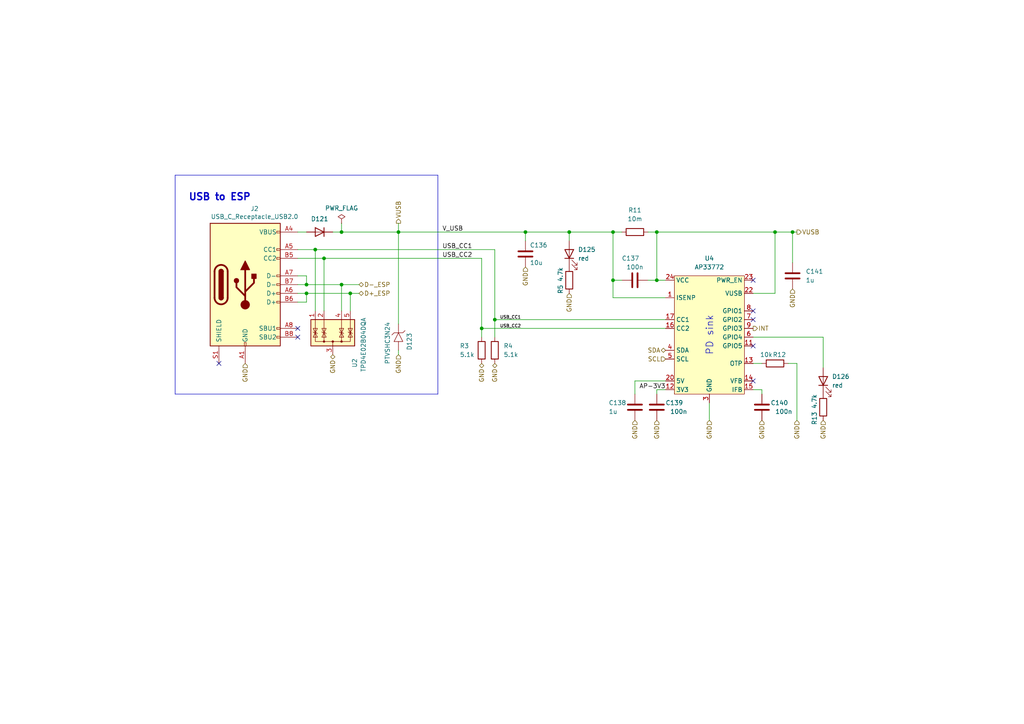
<source format=kicad_sch>
(kicad_sch (version 20230121) (generator eeschema)
  (paper "A4")
  (lib_symbols
    (symbol "Connector:USB_C_Receptacle_USB2.0" (pin_names (offset 1.016))
      (property "Reference" "J" (at -10.16 19.05 0))
      (property "Value" "USB_C_Receptacle_USB2.0" (at 19.05 19.05 0))
      (symbol "USB_C_Receptacle_USB2.0_0_0"
        (rectangle (start -0.254 -17.78) (end 0.254 -16.764))
        (rectangle (start 10.16 -14.986) (end 9.144 -15.494))
        (rectangle (start 10.16 -12.446) (end 9.144 -12.954))
        (rectangle (start 10.16 -4.826) (end 9.144 -5.334))
        (rectangle (start 10.16 -2.286) (end 9.144 -2.794))
        (rectangle (start 10.16 0.254) (end 9.144 -0.254))
        (rectangle (start 10.16 2.794) (end 9.144 2.286))
        (rectangle (start 10.16 7.874) (end 9.144 7.366))
        (rectangle (start 10.16 10.414) (end 9.144 9.906))
        (rectangle (start 10.16 15.494) (end 9.144 14.986))
      )
      (symbol "USB_C_Receptacle_USB2.0_0_1"
        (rectangle (start -10.16 17.78) (end 10.16 -17.78) (stroke (width 0.254)) (fill (type background)))
        (arc (start -8.89 -3.81) (mid -6.985 -5.7067) (end -5.08 -3.81) (stroke (width 0.508)))
        (arc (start -7.62 -3.81) (mid -6.985 -4.4423) (end -6.35 -3.81) (stroke (width 0.254)))
        (arc (start -7.62 -3.81) (mid -6.985 -4.4423) (end -6.35 -3.81) (stroke (width 0.254)) (fill (type outline)))
        (rectangle (start -7.62 -3.81) (end -6.35 3.81) (stroke (width 0.254)) (fill (type outline)))
        (arc (start -6.35 3.81) (mid -6.985 4.4423) (end -7.62 3.81) (stroke (width 0.254)))
        (arc (start -6.35 3.81) (mid -6.985 4.4423) (end -7.62 3.81) (stroke (width 0.254)) (fill (type outline)))
        (arc (start -5.08 3.81) (mid -6.985 5.7067) (end -8.89 3.81) (stroke (width 0.508)))
        (circle (center -2.54 1.143) (radius 0.635) (stroke (width 0.254)) (fill (type outline)))
        (circle (center 0 -5.842) (radius 1.27) (fill (type outline)))
        (polyline (pts (xy -8.89 -3.81) (xy -8.89 3.81)) (stroke (width 0.508)))
        (polyline (pts (xy -5.08 3.81) (xy -5.08 -3.81)) (stroke (width 0.508)))
        (polyline (pts (xy 0 -5.842) (xy 0 4.318)) (stroke (width 0.508)))
        (polyline (pts (xy 0 -3.302) (xy -2.54 -0.762) (xy -2.54 0.508)) (stroke (width 0.508)))
        (polyline (pts (xy 0 -2.032) (xy 2.54 0.508) (xy 2.54 1.778)) (stroke (width 0.508)))
        (polyline (pts (xy -1.27 4.318) (xy 0 6.858) (xy 1.27 4.318) (xy -1.27 4.318)) (stroke (width 0.254)) (fill (type outline)))
        (rectangle (start 1.905 1.778) (end 3.175 3.048) (stroke (width 0.254)) (fill (type outline)))
      )
      (symbol "USB_C_Receptacle_USB2.0_1_1"
        (pin passive line (at 0 -22.86 90) (length 5.08) (name "GND") (number "A1"))
        (pin passive line (at 0 -22.86 90) (length 5.08) hide (name "GND") (number "A12"))
        (pin passive line (at 15.24 15.24 180) (length 5.08) (name "VBUS") (number "A4"))
        (pin bidirectional line (at 15.24 10.16 180) (length 5.08) (name "CC1") (number "A5"))
        (pin bidirectional line (at 15.24 -2.54 180) (length 5.08) (name "D+") (number "A6"))
        (pin bidirectional line (at 15.24 2.54 180) (length 5.08) (name "D-") (number "A7"))
        (pin bidirectional line (at 15.24 -12.7 180) (length 5.08) (name "SBU1") (number "A8"))
        (pin passive line (at 15.24 15.24 180) (length 5.08) hide (name "VBUS") (number "A9"))
        (pin passive line (at 0 -22.86 90) (length 5.08) hide (name "GND") (number "B1"))
        (pin passive line (at 0 -22.86 90) (length 5.08) hide (name "GND") (number "B12"))
        (pin passive line (at 15.24 15.24 180) (length 5.08) hide (name "VBUS") (number "B4"))
        (pin bidirectional line (at 15.24 7.62 180) (length 5.08) (name "CC2") (number "B5"))
        (pin bidirectional line (at 15.24 -5.08 180) (length 5.08) (name "D+") (number "B6"))
        (pin bidirectional line (at 15.24 0 180) (length 5.08) (name "D-") (number "B7"))
        (pin bidirectional line (at 15.24 -15.24 180) (length 5.08) (name "SBU2") (number "B8"))
        (pin passive line (at 15.24 15.24 180) (length 5.08) hide (name "VBUS") (number "B9"))
        (pin passive line (at -7.62 -22.86 90) (length 5.08) (name "SHIELD") (number "S1"))
      )
    )
    (symbol "Device:C" (pin_numbers hide) (pin_names (offset 0.254))
      (property "Reference" "C" (at 0.635 2.54 0))
      (property "Value" "C" (at 0.635 -2.54 0))
      (symbol "C_0_1"
        (polyline (pts (xy -2.032 -0.762) (xy 2.032 -0.762)) (stroke (width 0.508)))
        (polyline (pts (xy -2.032 0.762) (xy 2.032 0.762)) (stroke (width 0.508)))
      )
      (symbol "C_1_1"
        (pin passive line (at 0 3.81 270) (length 2.794) (name "~") (number "1"))
        (pin passive line (at 0 -3.81 90) (length 2.794) (name "~") (number "2"))
      )
    )
    (symbol "Device:D" (pin_numbers hide) (pin_names (offset 1.016) hide)
      (property "Reference" "D" (at 0 2.54 0))
      (property "Value" "D" (at 0 -2.54 0))
      (symbol "D_0_1"
        (polyline (pts (xy -1.27 1.27) (xy -1.27 -1.27)) (stroke (width 0.254)))
        (polyline (pts (xy 1.27 0) (xy -1.27 0)))
        (polyline (pts (xy 1.27 1.27) (xy 1.27 -1.27) (xy -1.27 0) (xy 1.27 1.27)) (stroke (width 0.254)))
      )
      (symbol "D_1_1"
        (pin passive line (at -3.81 0 0) (length 2.54) (name "K") (number "1"))
        (pin passive line (at 3.81 0 180) (length 2.54) (name "A") (number "2"))
      )
    )
    (symbol "Device:LED" (pin_numbers hide) (pin_names (offset 1.016) hide)
      (property "Reference" "D" (at 0 2.54 0))
      (property "Value" "LED" (at 0 -2.54 0))
      (symbol "LED_0_1"
        (polyline (pts (xy -1.27 -1.27) (xy -1.27 1.27)) (stroke (width 0.254)))
        (polyline (pts (xy -1.27 0) (xy 1.27 0)))
        (polyline (pts (xy 1.27 -1.27) (xy 1.27 1.27) (xy -1.27 0) (xy 1.27 -1.27)) (stroke (width 0.254)))
        (polyline (pts (xy -3.048 -0.762) (xy -4.572 -2.286) (xy -3.81 -2.286) (xy -4.572 -2.286) (xy -4.572 -1.524)))
        (polyline (pts (xy -1.778 -0.762) (xy -3.302 -2.286) (xy -2.54 -2.286) (xy -3.302 -2.286) (xy -3.302 -1.524)))
      )
      (symbol "LED_1_1"
        (pin passive line (at -3.81 0 0) (length 2.54) (name "K") (number "1"))
        (pin passive line (at 3.81 0 180) (length 2.54) (name "A") (number "2"))
      )
    )
    (symbol "Device:R" (pin_numbers hide) (pin_names (offset 0))
      (property "Reference" "R" (at 2.032 0 90))
      (property "Value" "R" (at 0 0 90))
      (symbol "R_0_1"
        (rectangle (start -1.016 -2.54) (end 1.016 2.54) (stroke (width 0.254)))
      )
      (symbol "R_1_1"
        (pin passive line (at 0 3.81 270) (length 1.27) (name "~") (number "1"))
        (pin passive line (at 0 -3.81 90) (length 1.27) (name "~") (number "2"))
      )
    )
    (symbol "Power_Protection:TPD4E02B04DQA" (pin_names hide)
      (property "Reference" "U" (at 7.62 3.81 0))
      (property "Value" "TPD4E02B04DQA" (at 7.62 1.905 0))
      (symbol "TPD4E02B04DQA_0_0"
        (pin passive line (at 0 -5.08 90) (length 2.54) (name "G") (number "3"))
      )
      (symbol "TPD4E02B04DQA_0_1"
        (rectangle (start -6.35 5.08) (end 6.35 -2.54) (stroke (width 0.254)) (fill (type background)))
        (circle (center 0 -1.27) (radius 0.254) (fill (type outline)))
        (polyline (pts (xy -2.54 5.08) (xy -2.54 -1.27)))
        (polyline (pts (xy 0 -1.27) (xy 0 -2.54)))
        (polyline (pts (xy 2.54 5.08) (xy 2.54 -1.27)))
        (polyline (pts (xy -5.08 5.08) (xy -5.08 -1.27) (xy 5.08 -1.27) (xy 5.08 5.08)))
        (polyline (pts (xy -4.445 0) (xy -5.715 0) (xy -5.08 1.27) (xy -4.445 0)))
        (polyline (pts (xy -3.175 1.524) (xy -2.921 1.27) (xy -2.159 1.27) (xy -1.905 1.016)))
        (polyline (pts (xy -2.54 1.27) (xy -1.905 0) (xy -3.175 0) (xy -2.54 1.27)))
        (polyline (pts (xy 2.54 1.27) (xy 1.905 0) (xy 3.175 0) (xy 2.54 1.27)))
        (polyline (pts (xy 5.08 1.27) (xy 4.445 0) (xy 5.715 0) (xy 5.08 1.27)))
        (circle (center 2.54 -1.27) (radius 0.254) (fill (type outline)))
      )
      (symbol "TPD4E02B04DQA_1_1"
        (circle (center -2.54 -1.27) (radius 0.254) (fill (type outline)))
        (polyline (pts (xy -5.715 1.524) (xy -5.461 1.27) (xy -4.699 1.27) (xy -4.445 1.016)))
        (polyline (pts (xy -5.08 1.27) (xy -5.715 2.54) (xy -4.445 2.54) (xy -5.08 1.27)))
        (polyline (pts (xy -2.54 1.27) (xy -3.175 2.54) (xy -1.905 2.54) (xy -2.54 1.27)))
        (polyline (pts (xy 1.905 1.524) (xy 2.159 1.27) (xy 2.921 1.27) (xy 3.175 1.016)))
        (polyline (pts (xy 2.54 1.27) (xy 1.905 2.54) (xy 3.175 2.54) (xy 2.54 1.27)))
        (polyline (pts (xy 4.445 1.524) (xy 4.699 1.27) (xy 5.461 1.27) (xy 5.715 1.016)))
        (polyline (pts (xy 5.08 1.27) (xy 4.445 2.54) (xy 5.715 2.54) (xy 5.08 1.27)))
        (pin passive line (at -5.08 7.62 270) (length 2.54) (name "IO1") (number "1"))
        (pin no_connect line (at -5.08 -2.54 90) (length 2.54) hide (name "NC") (number "10"))
        (pin passive line (at -2.54 7.62 270) (length 2.54) (name "IO2") (number "2"))
        (pin passive line (at 2.54 7.62 270) (length 2.54) (name "IO3") (number "4"))
        (pin passive line (at 5.08 7.62 270) (length 2.54) (name "IO4") (number "5"))
        (pin no_connect line (at 5.08 -2.54 90) (length 2.54) hide (name "NC") (number "6"))
        (pin no_connect line (at 2.54 -2.54 90) (length 2.54) hide (name "NC") (number "7"))
        (pin passive line (at 0 -5.08 90) (length 2.54) hide (name "G") (number "8"))
        (pin no_connect line (at -2.54 -2.54 90) (length 2.54) hide (name "NC") (number "9"))
      )
    )
    (symbol "RBCX:AP33772"
      (property "Reference" "U" (at 0 4.445 0))
      (property "Value" "AP33772" (at 0 2.54 0))
      (symbol "AP33772_0_1"
        (rectangle (start 10.16 -33.02) (end -10.16 1.27) (fill (type background)))
      )
      (symbol "AP33772_1_0"
        (pin input line (at -12.7 -5.08 0) (length 2.54) (name "ISENP") (number "1"))
        (pin bidirectional line (at 12.7 -19.05 180) (length 2.54) (name "GPIO5") (number "11"))
        (pin power_out line (at -12.7 -31.75 0) (length 2.54) (name "3V3") (number "12"))
        (pin bidirectional line (at 12.7 -24.13 180) (length 2.54) (name "OTP") (number "13"))
        (pin input line (at 12.7 -29.21 180) (length 2.54) (name "VFB") (number "14"))
        (pin input line (at 12.7 -31.75 180) (length 2.54) (name "IFB") (number "15"))
        (pin bidirectional line (at -12.7 -13.97 0) (length 2.54) (name "CC2") (number "16"))
        (pin bidirectional line (at -12.7 -11.43 0) (length 2.54) (name "CC1") (number "17"))
        (pin power_out line (at -12.7 -29.21 0) (length 2.54) (name "5V") (number "20"))
        (pin input line (at 12.7 -3.81 180) (length 2.54) (name "VUSB") (number "22"))
        (pin output line (at 12.7 0 180) (length 2.54) (name "PWR_EN") (number "23"))
        (pin power_in line (at -12.7 0 0) (length 2.54) (name "VCC") (number "24"))
        (pin power_in line (at 0 -35.56 90) (length 2.54) hide (name "GND") (number "25"))
        (pin power_in line (at 0 -35.56 90) (length 2.54) (name "GND") (number "3"))
        (pin bidirectional line (at -12.7 -20.32 0) (length 2.54) (name "SDA") (number "4"))
        (pin input line (at -12.7 -22.86 0) (length 2.54) (name "SCL") (number "5"))
        (pin bidirectional line (at 12.7 -16.51 180) (length 2.54) (name "GPIO4") (number "6"))
        (pin bidirectional line (at 12.7 -11.43 180) (length 2.54) (name "GPIO2") (number "7"))
        (pin bidirectional line (at 12.7 -8.89 180) (length 2.54) (name "GPIO1") (number "8"))
        (pin bidirectional line (at 12.7 -13.97 180) (length 2.54) (name "GPIO3") (number "9"))
      )
    )
    (symbol "Robotarna_KiCad_Library:PTVSHC3N24" (pin_numbers hide) (pin_names hide)
      (property "Reference" "D" (at 0 5.08 0))
      (property "Value" "PTVSHC3N24" (at 0 3.175 0))
      (symbol "PTVSHC3N24_0_1"
        (polyline (pts (xy -1.27 1.27) (xy 1.27 0)))
        (polyline (pts (xy -1.27 1.27) (xy -1.27 -1.27) (xy 1.27 0)))
        (polyline (pts (xy 0.635 1.905) (xy 1.27 1.27) (xy 1.27 -1.27) (xy 1.905 -1.905)))
      )
      (symbol "PTVSHC3N24_1_1"
        (pin passive line (at -3.81 0 0) (length 2.54) hide (name "A") (number "1"))
        (pin passive line (at -3.81 0 0) (length 2.54) (name "A") (number "2"))
        (pin passive line (at 3.81 0 180) (length 2.54) (name "K") (number "3"))
      )
    )
    (symbol "power:PWR_FLAG" (power) (pin_numbers hide) (pin_names (offset 0) hide)
      (property "Value" "PWR_FLAG" (at 0 3.81 0))
      (symbol "PWR_FLAG_0_0"
        (pin power_out line (at 0 0 90) (length 0) (name "pwr") (number "1"))
      )
      (symbol "PWR_FLAG_0_1"
        (polyline (pts (xy 0 0) (xy 0 1.27) (xy -1.016 1.905) (xy 0 2.54) (xy 1.016 1.905) (xy 0 1.27)))
      )
    )
  )
  (junction (at 177.8 81.28))
  (junction (at 101.6 85.09))
  (junction (at 143.51 92.71))
  (junction (at 177.8 67.31))
  (junction (at 88.9 85.09))
  (junction (at 91.44 72.39))
  (junction (at 139.7 95.25))
  (junction (at 93.98 74.93))
  (junction (at 115.57 67.31))
  (junction (at 152.4 67.31))
  (junction (at 99.06 82.55))
  (junction (at 224.79 67.31))
  (junction (at 99.06 67.31))
  (junction (at 165.1 67.31))
  (junction (at 229.87 67.31))
  (junction (at 190.5 81.28))
  (junction (at 88.9 82.55))
  (junction (at 190.5 67.31))
  (no_connect (at 218.44 100.33))
  (no_connect (at 218.44 110.49))
  (no_connect (at 63.5 105.41))
  (no_connect (at 86.36 95.25))
  (no_connect (at 86.36 97.79))
  (no_connect (at 218.44 81.28))
  (no_connect (at 218.44 90.17))
  (no_connect (at 218.44 92.71))
  (wire (pts (xy 152.4 67.31) (xy 165.1 67.31)))
  (wire (pts (xy 165.1 69.85) (xy 165.1 67.31)))
  (wire (pts (xy 86.36 67.31) (xy 88.9 67.31)))
  (wire (pts (xy 177.8 67.31) (xy 180.34 67.31)))
  (wire (pts (xy 152.4 67.31) (xy 152.4 69.85)))
  (wire (pts (xy 86.36 80.01) (xy 88.9 80.01)))
  (wire (pts (xy 205.74 121.92) (xy 205.74 116.84)))
  (wire (pts (xy 139.7 95.25) (xy 193.04 95.25)))
  (wire (pts (xy 86.36 72.39) (xy 91.44 72.39)))
  (wire (pts (xy 165.1 67.31) (xy 177.8 67.31)))
  (polyline (pts (xy 50.8 114.3) (xy 127 114.3)))
  (wire (pts (xy 190.5 113.03) (xy 193.04 113.03)))
  (wire (pts (xy 139.7 95.25) (xy 139.7 74.93)))
  (wire (pts (xy 99.06 82.55) (xy 104.14 82.55)))
  (polyline (pts (xy 127 50.8) (xy 50.8 50.8)))
  (wire (pts (xy 99.06 67.31) (xy 115.57 67.31)))
  (wire (pts (xy 91.44 72.39) (xy 91.44 90.17)))
  (wire (pts (xy 238.76 97.79) (xy 238.76 106.68)))
  (wire (pts (xy 143.51 72.39) (xy 143.51 92.71)))
  (wire (pts (xy 86.36 82.55) (xy 88.9 82.55)))
  (wire (pts (xy 115.57 67.31) (xy 115.57 93.98)))
  (wire (pts (xy 190.5 81.28) (xy 193.04 81.28)))
  (polyline (pts (xy 50.8 50.8) (xy 50.8 114.3)))
  (wire (pts (xy 184.15 110.49) (xy 193.04 110.49)))
  (wire (pts (xy 115.57 64.77) (xy 115.57 67.31)))
  (wire (pts (xy 177.8 67.31) (xy 177.8 81.28)))
  (wire (pts (xy 190.5 67.31) (xy 190.5 81.28)))
  (wire (pts (xy 143.51 92.71) (xy 193.04 92.71)))
  (wire (pts (xy 99.06 82.55) (xy 99.06 90.17)))
  (wire (pts (xy 190.5 67.31) (xy 224.79 67.31)))
  (wire (pts (xy 88.9 85.09) (xy 101.6 85.09)))
  (wire (pts (xy 99.06 67.31) (xy 96.52 67.31)))
  (wire (pts (xy 190.5 114.3) (xy 190.5 113.03)))
  (wire (pts (xy 101.6 85.09) (xy 101.6 90.17)))
  (wire (pts (xy 91.44 72.39) (xy 143.51 72.39)))
  (wire (pts (xy 224.79 67.31) (xy 224.79 85.09)))
  (wire (pts (xy 187.96 81.28) (xy 190.5 81.28)))
  (wire (pts (xy 177.8 81.28) (xy 177.8 86.36)))
  (wire (pts (xy 220.98 114.3) (xy 220.98 113.03)))
  (wire (pts (xy 86.36 87.63) (xy 88.9 87.63)))
  (wire (pts (xy 143.51 92.71) (xy 143.51 97.79)))
  (wire (pts (xy 184.15 114.3) (xy 184.15 110.49)))
  (wire (pts (xy 177.8 81.28) (xy 180.34 81.28)))
  (wire (pts (xy 88.9 82.55) (xy 99.06 82.55)))
  (wire (pts (xy 218.44 85.09) (xy 224.79 85.09)))
  (wire (pts (xy 99.06 64.77) (xy 99.06 67.31)))
  (wire (pts (xy 139.7 95.25) (xy 139.7 97.79)))
  (wire (pts (xy 193.04 86.36) (xy 177.8 86.36)))
  (wire (pts (xy 93.98 74.93) (xy 139.7 74.93)))
  (wire (pts (xy 115.57 102.87) (xy 115.57 101.6)))
  (wire (pts (xy 229.87 67.31) (xy 231.14 67.31)))
  (wire (pts (xy 88.9 87.63) (xy 88.9 85.09)))
  (wire (pts (xy 115.57 67.31) (xy 152.4 67.31)))
  (wire (pts (xy 218.44 105.41) (xy 220.98 105.41)))
  (wire (pts (xy 220.98 113.03) (xy 218.44 113.03)))
  (wire (pts (xy 86.36 74.93) (xy 93.98 74.93)))
  (wire (pts (xy 218.44 97.79) (xy 238.76 97.79)))
  (wire (pts (xy 229.87 67.31) (xy 229.87 76.2)))
  (wire (pts (xy 101.6 85.09) (xy 104.14 85.09)))
  (wire (pts (xy 86.36 85.09) (xy 88.9 85.09)))
  (wire (pts (xy 93.98 74.93) (xy 93.98 90.17)))
  (wire (pts (xy 88.9 82.55) (xy 88.9 80.01)))
  (wire (pts (xy 228.6 105.41) (xy 231.14 105.41)))
  (wire (pts (xy 231.14 105.41) (xy 231.14 121.92)))
  (polyline (pts (xy 127 114.3) (xy 127 50.8)))
  (wire (pts (xy 187.96 67.31) (xy 190.5 67.31)))
  (wire (pts (xy 224.79 67.31) (xy 229.87 67.31)))
  (text "PD sink" (at 207.01 91.44 90) (effects (font (size 2 2)) (justify right bottom)))
  (text "USB to ESP" (at 54.61 58.42 0) (effects (font (size 2 2) (thickness 0.4) bold) (justify left bottom)))
  (label "AP-3V3" (at 193.04 113.03 180))
  (label "USB_CC2" (at 128.27 74.93 0))
  (label "V_USB" (at 128.27 67.31 0))
  (label "USB_CC2" (at 151.13 95.25 180) (effects (font (size 0.889 0.889))))
  (label "USB_CC1" (at 128.27 72.39 0))
  (label "USB_CC1" (at 151.13 92.71 180) (effects (font (size 0.889 0.889))))
  (hierarchical_label "INT" (shape output) (at 218.44 95.25 0))
  (hierarchical_label "SCL" (shape input) (at 193.04 104.14 180))
  (hierarchical_label "VUSB" (shape output) (at 231.14 67.31 0))
  (hierarchical_label "GND" (shape bidirectional) (at 139.7 105.41 270))
  (hierarchical_label "GND" (shape input) (at 152.4 77.47 270))
  (hierarchical_label "GND" (shape input) (at 71.12 105.41 270))
  (hierarchical_label "SDA" (shape bidirectional) (at 193.04 101.6 180))
  (hierarchical_label "GND" (shape input) (at 115.57 102.87 270))
  (hierarchical_label "GND" (shape input) (at 220.98 121.92 270))
  (hierarchical_label "GND" (shape input) (at 165.1 85.09 270))
  (hierarchical_label "GND" (shape input) (at 238.76 121.92 270))
  (hierarchical_label "GND" (shape input) (at 184.15 121.92 270))
  (hierarchical_label "GND" (shape input) (at 229.87 83.82 270))
  (hierarchical_label "GND" (shape input) (at 190.5 121.92 270))
  (hierarchical_label "VUSB" (shape output) (at 115.57 64.77 90))
  (hierarchical_label "GND" (shape input) (at 205.74 121.92 270))
  (hierarchical_label "D-_ESP" (shape bidirectional) (at 104.14 82.55 0))
  (hierarchical_label "GND" (shape bidirectional) (at 96.52 102.87 270))
  (hierarchical_label "GND" (shape bidirectional) (at 143.51 105.41 270))
  (hierarchical_label "GND" (shape input) (at 231.14 121.92 270))
  (hierarchical_label "D+_ESP" (shape bidirectional) (at 104.14 85.09 0))
  (symbol (lib_id "Device:C") (at 152.4 73.66 0) (unit 1)
    (property "Reference" "C136" (at 153.67 71.12 0) (effects (justify left)))
    (property "Value" "10u" (at 153.67 76.2 0) (effects (justify left)))
    (property "Footprint" "Capacitor_SMD:C_0603_1608Metric" (effects hide))
    (property "LCSC" "C96446" (effects hide))
    (property "Basic/Extended" "B" (effects hide))
    (instances (project "ZakladniElektronika" (path "" (reference "C136") (unit 1))) (project "RB3203" (path "" (reference "C?") (unit 1))))
  )
  (symbol (lib_id "Power_Protection:TPD4E02B04DQA") (at 96.52 97.79 0) (unit 1)
    (property "Reference" "U2" (at 102.87 106.68 90) (effects (justify left)))
    (property "Value" "TPD4E02B04DQA" (at 105.41 107.95 90) (effects (justify left)))
    (property "Footprint" "Package_SON:USON-10_2.5x1.0mm_P0.5mm" (effects hide))
    (property "Datasheet" "http://www.ti.com/lit/ds/symlink/tpd4e02b04.pdf" (effects hide))
    (instances (project "ZakladniElektronika" (path "" (reference "U2") (unit 1))) (project "RB3203" (path "" (reference "U?") (unit 1))))
  )
  (symbol (lib_id "Device:R") (at 224.79 105.41 270) (unit 1)
    (property "Reference" "R12" (at 226.06 102.87 90))
    (property "Value" "10k" (at 222.25 102.87 90))
    (property "Footprint" "Capacitor_SMD:C_0201_0603Metric" (effects hide))
    (property "LCSC" "C106225" (effects hide))
    (property "Basic/Extended" "E" (effects hide))
    (instances (project "ZakladniElektronika" (path "" (reference "R12") (unit 1))) (project "RB3203" (path "" (reference "R?") (unit 1))))
  )
  (symbol (lib_id "Device:C") (at 229.87 80.01 0) (unit 1)
    (property "Reference" "C141" (at 233.68 78.7399 0) (effects (justify left)))
    (property "Value" "1u" (at 233.68 81.2799 0) (effects (justify left)))
    (property "Footprint" "Resistor_SMD:R_0402_1005Metric" (effects hide))
    (property "LCSC" "C52923" (effects hide))
    (property "Basic/Extended" "B" (effects hide))
    (instances (project "ZakladniElektronika" (path "" (reference "C141") (unit 1))) (project "RB3203" (path "" (reference "C?") (unit 1))))
  )
  (symbol (lib_id "Connector:USB_C_Receptacle_USB2.0") (at 71.12 82.55 0) (unit 1)
    (property "Reference" "J2" (at 73.8378 60.5282 0))
    (property "Value" "USB_C_Receptacle_USB2.0" (at 73.8378 62.8396 0))
    (property "Footprint" "Connector_USB:USB_C_Receptacle_HRO_TYPE-C-31-M-12" (effects hide))
    (property "Datasheet" "https://www.usb.org/sites/default/files/documents/usb_type-c.zip" (effects hide))
    (property "LCSC" "C165948" (effects hide))
    (property "JLCPCB_CORRECTION" "0;-1;0" (effects hide))
    (instances (project "ZakladniElektronika" (path "" (reference "J2") (unit 1))) (project "RB3203" (path "" (reference "J?") (unit 1))))
  )
  (symbol (lib_id "Device:R") (at 184.15 67.31 90) (unit 1)
    (property "Reference" "R11" (at 184.15 60.96 90))
    (property "Value" "10m" (at 184.15 63.5 90))
    (property "Footprint" "Resistor_SMD:R_1206_3216Metric" (effects hide))
    (property "LCSC" "C188070" (effects hide))
    (instances (project "ZakladniElektronika" (path "" (reference "R11") (unit 1))) (project "RB3203" (path "" (reference "R?") (unit 1))))
  )
  (symbol (lib_id "Device:LED") (at 238.76 110.49 90) (unit 1)
    (property "Reference" "D126" (at 241.3 109.22 90) (effects (justify right)))
    (property "Value" "red" (at 241.3 111.76 90) (effects (justify right)))
    (property "Footprint" "LED_SMD:LED_0603_1608Metric" (effects hide))
    (property "LCSC" "C2286" (effects hide))
    (property "Basic/Extended" "B" (effects hide))
    (instances (project "ZakladniElektronika" (path "" (reference "D126") (unit 1))) (project "RB3203" (path "" (reference "D?") (unit 1))))
  )
  (symbol (lib_id "Device:C") (at 184.15 81.28 90) (unit 1)
    (property "Reference" "C137" (at 182.88 74.93 90))
    (property "Value" "100n" (at 184.15 77.47 90))
    (property "Footprint" "Capacitor_SMD:C_0402_1005Metric" (effects hide))
    (property "LCSC" "C307331" (effects hide))
    (property "Basic/Extended" "B" (effects hide))
    (property "info" "50V, X7R" (effects hide))
    (instances (project "ZakladniElektronika" (path "" (reference "C137") (unit 1))) (project "RB3203" (path "" (reference "C?") (unit 1))))
  )
  (symbol (lib_id "Device:R") (at 165.1 81.28 180) (unit 1)
    (property "Reference" "R5" (at 162.56 82.55 90) (effects (justify left)))
    (property "Value" "4.7k" (at 162.56 77.47 90) (effects (justify left)))
    (property "Footprint" "Resistor_SMD:R_0201_0603Metric" (effects hide))
    (property "LCSC" "C270346" (effects hide))
    (property "Basic/Extended" "E" (effects hide))
    (instances (project "ZakladniElektronika" (path "" (reference "R5") (unit 1))) (project "RB3203" (path "" (reference "R?") (unit 1))))
  )
  (symbol (lib_id "Device:C") (at 220.98 118.11 180) (unit 1)
    (property "Reference" "C140" (at 226.06 116.84 0))
    (property "Value" "100n" (at 227.33 119.38 0))
    (property "Footprint" "Capacitor_SMD:C_0402_1005Metric" (effects hide))
    (property "LCSC" "C307331" (effects hide))
    (property "Basic/Extended" "B" (effects hide))
    (property "info" "50V, X7R" (effects hide))
    (instances (project "ZakladniElektronika" (path "" (reference "C140") (unit 1))) (project "RB3203" (path "" (reference "C?") (unit 1))))
  )
  (symbol (lib_id "Robotarna_KiCad_Library:PTVSHC3N24") (at 115.57 97.79 90) (unit 1)
    (property "Reference" "D123" (at 118.745 96.52 0) (effects (justify right)))
    (property "Value" "PTVSHC3N24" (at 112.395 93.345 0) (effects (justify right)))
    (property "Footprint" "Robotarna_KiCad_Library:DFN3-2x2" (effects hide))
    (property "Datasheet" "https://datasheet.lcsc.com/lcsc/2012241239_Shanghai-Prisemi-Elec-PTVSHC3N24VUH_C1021680.pdf" (effects hide))
    (property "LCSC" "C312228" (effects hide))
    (instances (project "ZakladniElektronika" (path "" (reference "D123") (unit 1))) (project "RB3203" (path "" (reference "D?") (unit 1))))
  )
  (symbol (lib_id "Device:R") (at 143.51 101.6 0) (unit 1)
    (property "Reference" "R4" (at 146.05 100.3299 0) (effects (justify left)))
    (property "Value" "5.1k" (at 146.05 102.8699 0) (effects (justify left)))
    (property "Footprint" "Resistor_SMD:R_0402_1005Metric" (effects hide))
    (property "LCSC" "C25905" (effects hide))
    (property "Basic/Extended" "B" (effects hide))
    (instances (project "ZakladniElektronika" (path "" (reference "R4") (unit 1))) (project "RB3203" (path "" (reference "R?") (unit 1))))
  )
  (symbol (lib_id "Device:D") (at 92.71 67.31 0) (mirror y) (unit 1)
    (property "Reference" "D121" (at 92.71 63.5 0))
    (property "Value" "${SIM.PARAMS}" (effects hide))
    (property "Footprint" "Diode_SMD:D_SMA" (effects hide))
    (property "LCSC" "C8678" (effects hide))
    (property "JLCPCB_CORRECTION" "0;0;0" (effects hide))
    (property "Sim.Device" "SPICE" (effects hide))
    (property "Sim.Params" "type=\"D\" model=\"DIODE\" lib=\"\"" (effects hide))
    (property "Sim.Pins" "1=1 2=2" (effects hide))
    (instances (project "ZakladniElektronika" (path "" (reference "D121") (unit 1))) (project "RB3203" (path "" (reference "D?") (unit 1))))
  )
  (symbol (lib_id "RBCX:AP33772") (at 205.74 81.28 0) (unit 1)
    (property "Reference" "U4" (at 205.74 74.93 0))
    (property "Value" "AP33772" (at 205.74 77.47 0))
    (property "Footprint" "Package_DFN_QFN:QFN-24-1EP_4x4mm_P0.5mm_EP2.6x2.6mm" (effects hide))
    (property "Datasheet" "https://www.diodes.com/assets/Datasheets/AP33772.pdf" (effects hide))
    (property "LCSC" "C5244513" (effects hide))
    (instances (project "ZakladniElektronika" (path "" (reference "U4") (unit 1))) (project "RB3203" (path "" (reference "U?") (unit 1))))
  )
  (symbol (lib_id "Device:R") (at 139.7 101.6 0) (unit 1)
    (property "Reference" "R3" (at 133.35 100.33 0) (effects (justify left)))
    (property "Value" "5.1k" (at 133.35 102.87 0) (effects (justify left)))
    (property "Footprint" "Resistor_SMD:R_0402_1005Metric" (effects hide))
    (property "LCSC" "C25905" (effects hide))
    (property "Basic/Extended" "B" (effects hide))
    (instances (project "ZakladniElektronika" (path "" (reference "R3") (unit 1))) (project "RB3203" (path "" (reference "R?") (unit 1))))
  )
  (symbol (lib_id "Device:C") (at 190.5 118.11 180) (unit 1)
    (property "Reference" "C139" (at 195.58 116.84 0))
    (property "Value" "100n" (at 196.85 119.38 0))
    (property "Footprint" "Capacitor_SMD:C_0402_1005Metric" (effects hide))
    (property "LCSC" "C307331" (effects hide))
    (property "Basic/Extended" "B" (effects hide))
    (property "info" "50V, X7R" (effects hide))
    (instances (project "ZakladniElektronika" (path "" (reference "C139") (unit 1))) (project "RB3203" (path "" (reference "C?") (unit 1))))
  )
  (symbol (lib_id "Device:LED") (at 165.1 73.66 90) (unit 1)
    (property "Reference" "D125" (at 167.64 72.39 90) (effects (justify right)))
    (property "Value" "red" (at 167.64 74.93 90) (effects (justify right)))
    (property "Footprint" "LED_SMD:LED_0603_1608Metric" (effects hide))
    (property "LCSC" "C2286" (effects hide))
    (property "Basic/Extended" "B" (effects hide))
    (instances (project "ZakladniElektronika" (path "" (reference "D125") (unit 1))) (project "RB3203" (path "" (reference "D?") (unit 1))))
  )
  (symbol (lib_id "Device:R") (at 238.76 118.11 180) (unit 1)
    (property "Reference" "R13" (at 236.22 119.38 90) (effects (justify left)))
    (property "Value" "4.7k" (at 236.22 114.3 90) (effects (justify left)))
    (property "Footprint" "Resistor_SMD:R_0201_0603Metric" (effects hide))
    (property "LCSC" "C270346" (effects hide))
    (property "Basic/Extended" "E" (effects hide))
    (instances (project "ZakladniElektronika" (path "" (reference "R13") (unit 1))) (project "RB3203" (path "" (reference "R?") (unit 1))))
  )
  (symbol (lib_id "Device:C") (at 184.15 118.11 0) (unit 1)
    (property "Reference" "C138" (at 176.53 116.84 0) (effects (justify left)))
    (property "Value" "1u" (at 176.53 119.38 0) (effects (justify left)))
    (property "Footprint" "Resistor_SMD:R_0402_1005Metric" (effects hide))
    (property "LCSC" "C52923" (effects hide))
    (property "Basic/Extended" "B" (effects hide))
    (instances (project "ZakladniElektronika" (path "" (reference "C138") (unit 1))) (project "RB3203" (path "" (reference "C?") (unit 1))))
  )
  (symbol (lib_id "power:PWR_FLAG") (at 99.06 64.77 0) (unit 1)
    (property "Reference" "#FLG01" (effects hide))
    (property "Value" "PWR_FLAG" (at 99.06 60.3758 0))
    (instances (project "ZakladniElektronika" (path "" (reference "#FLG01") (unit 1))) (project "RB3203" (path "" (reference "#FLG?") (unit 1))))
  )
)
</source>
